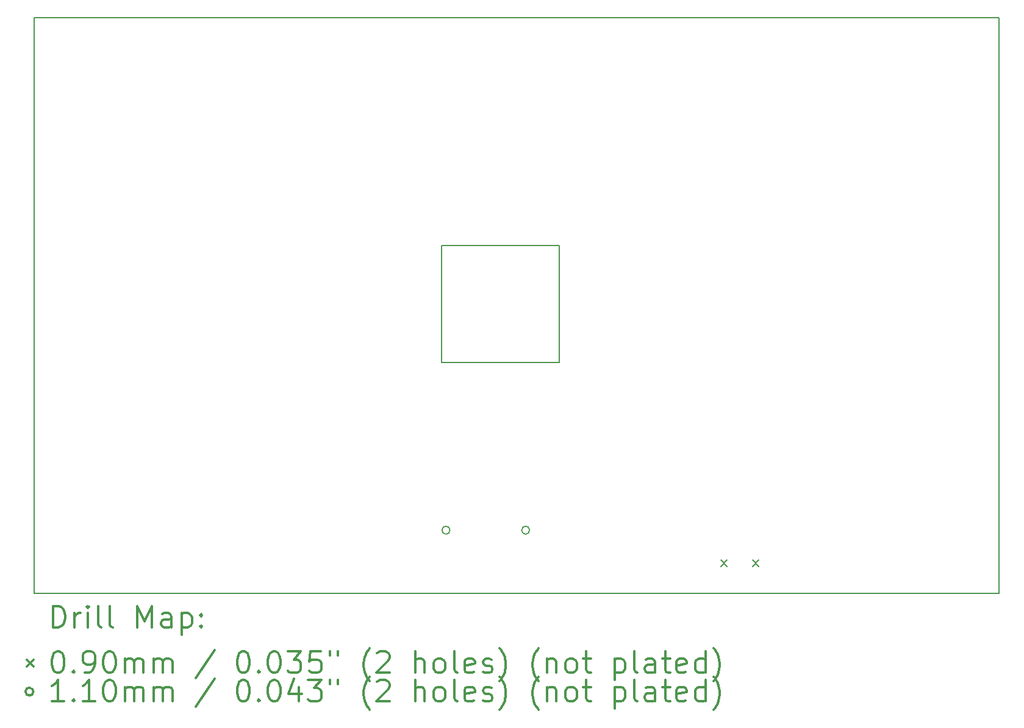
<source format=gbr>
%FSLAX45Y45*%
G04 Gerber Fmt 4.5, Leading zero omitted, Abs format (unit mm)*
G04 Created by KiCad (PCBNEW 4.0.7) date 08/21/19 21:36:31*
%MOMM*%
%LPD*%
G01*
G04 APERTURE LIST*
%ADD10C,0.127000*%
%ADD11C,0.150000*%
%ADD12C,0.200000*%
%ADD13C,0.300000*%
G04 APERTURE END LIST*
D10*
D11*
X12460000Y-8960000D02*
X12480000Y-8960000D01*
X12460000Y-10590000D02*
X12460000Y-8960000D01*
X14090000Y-10590000D02*
X12460000Y-10590000D01*
X14090000Y-8960000D02*
X14090000Y-10590000D01*
X12460000Y-8960000D02*
X14090000Y-8960000D01*
X14090000Y-10590000D02*
X14090000Y-8960000D01*
X12460000Y-10590000D02*
X14090000Y-10590000D01*
X12460000Y-8960000D02*
X12460000Y-10590000D01*
X20200000Y-13800000D02*
X20200000Y-13790000D01*
X19500000Y-13800000D02*
X20200000Y-13800000D01*
X19500000Y-5800000D02*
X20200000Y-5800000D01*
X20200000Y-5800000D02*
X20200000Y-13800000D01*
X6800000Y-13800000D02*
X19500000Y-13800000D01*
X6800000Y-5800000D02*
X19500000Y-5800000D01*
X6800000Y-5800000D02*
X6800000Y-13800000D01*
D12*
X16335000Y-13335000D02*
X16425000Y-13425000D01*
X16425000Y-13335000D02*
X16335000Y-13425000D01*
X16775000Y-13335000D02*
X16865000Y-13425000D01*
X16865000Y-13335000D02*
X16775000Y-13425000D01*
X12575000Y-12920000D02*
G75*
G03X12575000Y-12920000I-55000J0D01*
G01*
X13681200Y-12920000D02*
G75*
G03X13681200Y-12920000I-55000J0D01*
G01*
D13*
X7063928Y-14273214D02*
X7063928Y-13973214D01*
X7135357Y-13973214D01*
X7178214Y-13987500D01*
X7206786Y-14016071D01*
X7221071Y-14044643D01*
X7235357Y-14101786D01*
X7235357Y-14144643D01*
X7221071Y-14201786D01*
X7206786Y-14230357D01*
X7178214Y-14258929D01*
X7135357Y-14273214D01*
X7063928Y-14273214D01*
X7363928Y-14273214D02*
X7363928Y-14073214D01*
X7363928Y-14130357D02*
X7378214Y-14101786D01*
X7392500Y-14087500D01*
X7421071Y-14073214D01*
X7449643Y-14073214D01*
X7549643Y-14273214D02*
X7549643Y-14073214D01*
X7549643Y-13973214D02*
X7535357Y-13987500D01*
X7549643Y-14001786D01*
X7563928Y-13987500D01*
X7549643Y-13973214D01*
X7549643Y-14001786D01*
X7735357Y-14273214D02*
X7706786Y-14258929D01*
X7692500Y-14230357D01*
X7692500Y-13973214D01*
X7892500Y-14273214D02*
X7863928Y-14258929D01*
X7849643Y-14230357D01*
X7849643Y-13973214D01*
X8235357Y-14273214D02*
X8235357Y-13973214D01*
X8335357Y-14187500D01*
X8435357Y-13973214D01*
X8435357Y-14273214D01*
X8706786Y-14273214D02*
X8706786Y-14116071D01*
X8692500Y-14087500D01*
X8663929Y-14073214D01*
X8606786Y-14073214D01*
X8578214Y-14087500D01*
X8706786Y-14258929D02*
X8678214Y-14273214D01*
X8606786Y-14273214D01*
X8578214Y-14258929D01*
X8563929Y-14230357D01*
X8563929Y-14201786D01*
X8578214Y-14173214D01*
X8606786Y-14158929D01*
X8678214Y-14158929D01*
X8706786Y-14144643D01*
X8849643Y-14073214D02*
X8849643Y-14373214D01*
X8849643Y-14087500D02*
X8878214Y-14073214D01*
X8935357Y-14073214D01*
X8963929Y-14087500D01*
X8978214Y-14101786D01*
X8992500Y-14130357D01*
X8992500Y-14216071D01*
X8978214Y-14244643D01*
X8963929Y-14258929D01*
X8935357Y-14273214D01*
X8878214Y-14273214D01*
X8849643Y-14258929D01*
X9121071Y-14244643D02*
X9135357Y-14258929D01*
X9121071Y-14273214D01*
X9106786Y-14258929D01*
X9121071Y-14244643D01*
X9121071Y-14273214D01*
X9121071Y-14087500D02*
X9135357Y-14101786D01*
X9121071Y-14116071D01*
X9106786Y-14101786D01*
X9121071Y-14087500D01*
X9121071Y-14116071D01*
X6702500Y-14722500D02*
X6792500Y-14812500D01*
X6792500Y-14722500D02*
X6702500Y-14812500D01*
X7121071Y-14603214D02*
X7149643Y-14603214D01*
X7178214Y-14617500D01*
X7192500Y-14631786D01*
X7206786Y-14660357D01*
X7221071Y-14717500D01*
X7221071Y-14788929D01*
X7206786Y-14846071D01*
X7192500Y-14874643D01*
X7178214Y-14888929D01*
X7149643Y-14903214D01*
X7121071Y-14903214D01*
X7092500Y-14888929D01*
X7078214Y-14874643D01*
X7063928Y-14846071D01*
X7049643Y-14788929D01*
X7049643Y-14717500D01*
X7063928Y-14660357D01*
X7078214Y-14631786D01*
X7092500Y-14617500D01*
X7121071Y-14603214D01*
X7349643Y-14874643D02*
X7363928Y-14888929D01*
X7349643Y-14903214D01*
X7335357Y-14888929D01*
X7349643Y-14874643D01*
X7349643Y-14903214D01*
X7506786Y-14903214D02*
X7563928Y-14903214D01*
X7592500Y-14888929D01*
X7606786Y-14874643D01*
X7635357Y-14831786D01*
X7649643Y-14774643D01*
X7649643Y-14660357D01*
X7635357Y-14631786D01*
X7621071Y-14617500D01*
X7592500Y-14603214D01*
X7535357Y-14603214D01*
X7506786Y-14617500D01*
X7492500Y-14631786D01*
X7478214Y-14660357D01*
X7478214Y-14731786D01*
X7492500Y-14760357D01*
X7506786Y-14774643D01*
X7535357Y-14788929D01*
X7592500Y-14788929D01*
X7621071Y-14774643D01*
X7635357Y-14760357D01*
X7649643Y-14731786D01*
X7835357Y-14603214D02*
X7863928Y-14603214D01*
X7892500Y-14617500D01*
X7906786Y-14631786D01*
X7921071Y-14660357D01*
X7935357Y-14717500D01*
X7935357Y-14788929D01*
X7921071Y-14846071D01*
X7906786Y-14874643D01*
X7892500Y-14888929D01*
X7863928Y-14903214D01*
X7835357Y-14903214D01*
X7806786Y-14888929D01*
X7792500Y-14874643D01*
X7778214Y-14846071D01*
X7763928Y-14788929D01*
X7763928Y-14717500D01*
X7778214Y-14660357D01*
X7792500Y-14631786D01*
X7806786Y-14617500D01*
X7835357Y-14603214D01*
X8063928Y-14903214D02*
X8063928Y-14703214D01*
X8063928Y-14731786D02*
X8078214Y-14717500D01*
X8106786Y-14703214D01*
X8149643Y-14703214D01*
X8178214Y-14717500D01*
X8192500Y-14746071D01*
X8192500Y-14903214D01*
X8192500Y-14746071D02*
X8206786Y-14717500D01*
X8235357Y-14703214D01*
X8278214Y-14703214D01*
X8306786Y-14717500D01*
X8321071Y-14746071D01*
X8321071Y-14903214D01*
X8463929Y-14903214D02*
X8463929Y-14703214D01*
X8463929Y-14731786D02*
X8478214Y-14717500D01*
X8506786Y-14703214D01*
X8549643Y-14703214D01*
X8578214Y-14717500D01*
X8592500Y-14746071D01*
X8592500Y-14903214D01*
X8592500Y-14746071D02*
X8606786Y-14717500D01*
X8635357Y-14703214D01*
X8678214Y-14703214D01*
X8706786Y-14717500D01*
X8721071Y-14746071D01*
X8721071Y-14903214D01*
X9306786Y-14588929D02*
X9049643Y-14974643D01*
X9692500Y-14603214D02*
X9721071Y-14603214D01*
X9749643Y-14617500D01*
X9763928Y-14631786D01*
X9778214Y-14660357D01*
X9792500Y-14717500D01*
X9792500Y-14788929D01*
X9778214Y-14846071D01*
X9763928Y-14874643D01*
X9749643Y-14888929D01*
X9721071Y-14903214D01*
X9692500Y-14903214D01*
X9663928Y-14888929D01*
X9649643Y-14874643D01*
X9635357Y-14846071D01*
X9621071Y-14788929D01*
X9621071Y-14717500D01*
X9635357Y-14660357D01*
X9649643Y-14631786D01*
X9663928Y-14617500D01*
X9692500Y-14603214D01*
X9921071Y-14874643D02*
X9935357Y-14888929D01*
X9921071Y-14903214D01*
X9906786Y-14888929D01*
X9921071Y-14874643D01*
X9921071Y-14903214D01*
X10121071Y-14603214D02*
X10149643Y-14603214D01*
X10178214Y-14617500D01*
X10192500Y-14631786D01*
X10206786Y-14660357D01*
X10221071Y-14717500D01*
X10221071Y-14788929D01*
X10206786Y-14846071D01*
X10192500Y-14874643D01*
X10178214Y-14888929D01*
X10149643Y-14903214D01*
X10121071Y-14903214D01*
X10092500Y-14888929D01*
X10078214Y-14874643D01*
X10063928Y-14846071D01*
X10049643Y-14788929D01*
X10049643Y-14717500D01*
X10063928Y-14660357D01*
X10078214Y-14631786D01*
X10092500Y-14617500D01*
X10121071Y-14603214D01*
X10321071Y-14603214D02*
X10506786Y-14603214D01*
X10406786Y-14717500D01*
X10449643Y-14717500D01*
X10478214Y-14731786D01*
X10492500Y-14746071D01*
X10506786Y-14774643D01*
X10506786Y-14846071D01*
X10492500Y-14874643D01*
X10478214Y-14888929D01*
X10449643Y-14903214D01*
X10363928Y-14903214D01*
X10335357Y-14888929D01*
X10321071Y-14874643D01*
X10778214Y-14603214D02*
X10635357Y-14603214D01*
X10621071Y-14746071D01*
X10635357Y-14731786D01*
X10663928Y-14717500D01*
X10735357Y-14717500D01*
X10763928Y-14731786D01*
X10778214Y-14746071D01*
X10792500Y-14774643D01*
X10792500Y-14846071D01*
X10778214Y-14874643D01*
X10763928Y-14888929D01*
X10735357Y-14903214D01*
X10663928Y-14903214D01*
X10635357Y-14888929D01*
X10621071Y-14874643D01*
X10906786Y-14603214D02*
X10906786Y-14660357D01*
X11021071Y-14603214D02*
X11021071Y-14660357D01*
X11463928Y-15017500D02*
X11449643Y-15003214D01*
X11421071Y-14960357D01*
X11406785Y-14931786D01*
X11392500Y-14888929D01*
X11378214Y-14817500D01*
X11378214Y-14760357D01*
X11392500Y-14688929D01*
X11406785Y-14646071D01*
X11421071Y-14617500D01*
X11449643Y-14574643D01*
X11463928Y-14560357D01*
X11563928Y-14631786D02*
X11578214Y-14617500D01*
X11606785Y-14603214D01*
X11678214Y-14603214D01*
X11706785Y-14617500D01*
X11721071Y-14631786D01*
X11735357Y-14660357D01*
X11735357Y-14688929D01*
X11721071Y-14731786D01*
X11549643Y-14903214D01*
X11735357Y-14903214D01*
X12092500Y-14903214D02*
X12092500Y-14603214D01*
X12221071Y-14903214D02*
X12221071Y-14746071D01*
X12206785Y-14717500D01*
X12178214Y-14703214D01*
X12135357Y-14703214D01*
X12106785Y-14717500D01*
X12092500Y-14731786D01*
X12406785Y-14903214D02*
X12378214Y-14888929D01*
X12363928Y-14874643D01*
X12349643Y-14846071D01*
X12349643Y-14760357D01*
X12363928Y-14731786D01*
X12378214Y-14717500D01*
X12406785Y-14703214D01*
X12449643Y-14703214D01*
X12478214Y-14717500D01*
X12492500Y-14731786D01*
X12506785Y-14760357D01*
X12506785Y-14846071D01*
X12492500Y-14874643D01*
X12478214Y-14888929D01*
X12449643Y-14903214D01*
X12406785Y-14903214D01*
X12678214Y-14903214D02*
X12649643Y-14888929D01*
X12635357Y-14860357D01*
X12635357Y-14603214D01*
X12906786Y-14888929D02*
X12878214Y-14903214D01*
X12821071Y-14903214D01*
X12792500Y-14888929D01*
X12778214Y-14860357D01*
X12778214Y-14746071D01*
X12792500Y-14717500D01*
X12821071Y-14703214D01*
X12878214Y-14703214D01*
X12906786Y-14717500D01*
X12921071Y-14746071D01*
X12921071Y-14774643D01*
X12778214Y-14803214D01*
X13035357Y-14888929D02*
X13063928Y-14903214D01*
X13121071Y-14903214D01*
X13149643Y-14888929D01*
X13163928Y-14860357D01*
X13163928Y-14846071D01*
X13149643Y-14817500D01*
X13121071Y-14803214D01*
X13078214Y-14803214D01*
X13049643Y-14788929D01*
X13035357Y-14760357D01*
X13035357Y-14746071D01*
X13049643Y-14717500D01*
X13078214Y-14703214D01*
X13121071Y-14703214D01*
X13149643Y-14717500D01*
X13263928Y-15017500D02*
X13278214Y-15003214D01*
X13306786Y-14960357D01*
X13321071Y-14931786D01*
X13335357Y-14888929D01*
X13349643Y-14817500D01*
X13349643Y-14760357D01*
X13335357Y-14688929D01*
X13321071Y-14646071D01*
X13306786Y-14617500D01*
X13278214Y-14574643D01*
X13263928Y-14560357D01*
X13806786Y-15017500D02*
X13792500Y-15003214D01*
X13763928Y-14960357D01*
X13749643Y-14931786D01*
X13735357Y-14888929D01*
X13721071Y-14817500D01*
X13721071Y-14760357D01*
X13735357Y-14688929D01*
X13749643Y-14646071D01*
X13763928Y-14617500D01*
X13792500Y-14574643D01*
X13806786Y-14560357D01*
X13921071Y-14703214D02*
X13921071Y-14903214D01*
X13921071Y-14731786D02*
X13935357Y-14717500D01*
X13963928Y-14703214D01*
X14006786Y-14703214D01*
X14035357Y-14717500D01*
X14049643Y-14746071D01*
X14049643Y-14903214D01*
X14235357Y-14903214D02*
X14206786Y-14888929D01*
X14192500Y-14874643D01*
X14178214Y-14846071D01*
X14178214Y-14760357D01*
X14192500Y-14731786D01*
X14206786Y-14717500D01*
X14235357Y-14703214D01*
X14278214Y-14703214D01*
X14306786Y-14717500D01*
X14321071Y-14731786D01*
X14335357Y-14760357D01*
X14335357Y-14846071D01*
X14321071Y-14874643D01*
X14306786Y-14888929D01*
X14278214Y-14903214D01*
X14235357Y-14903214D01*
X14421071Y-14703214D02*
X14535357Y-14703214D01*
X14463928Y-14603214D02*
X14463928Y-14860357D01*
X14478214Y-14888929D01*
X14506786Y-14903214D01*
X14535357Y-14903214D01*
X14863928Y-14703214D02*
X14863928Y-15003214D01*
X14863928Y-14717500D02*
X14892500Y-14703214D01*
X14949643Y-14703214D01*
X14978214Y-14717500D01*
X14992500Y-14731786D01*
X15006786Y-14760357D01*
X15006786Y-14846071D01*
X14992500Y-14874643D01*
X14978214Y-14888929D01*
X14949643Y-14903214D01*
X14892500Y-14903214D01*
X14863928Y-14888929D01*
X15178214Y-14903214D02*
X15149643Y-14888929D01*
X15135357Y-14860357D01*
X15135357Y-14603214D01*
X15421071Y-14903214D02*
X15421071Y-14746071D01*
X15406786Y-14717500D01*
X15378214Y-14703214D01*
X15321071Y-14703214D01*
X15292500Y-14717500D01*
X15421071Y-14888929D02*
X15392500Y-14903214D01*
X15321071Y-14903214D01*
X15292500Y-14888929D01*
X15278214Y-14860357D01*
X15278214Y-14831786D01*
X15292500Y-14803214D01*
X15321071Y-14788929D01*
X15392500Y-14788929D01*
X15421071Y-14774643D01*
X15521071Y-14703214D02*
X15635357Y-14703214D01*
X15563929Y-14603214D02*
X15563929Y-14860357D01*
X15578214Y-14888929D01*
X15606786Y-14903214D01*
X15635357Y-14903214D01*
X15849643Y-14888929D02*
X15821071Y-14903214D01*
X15763929Y-14903214D01*
X15735357Y-14888929D01*
X15721071Y-14860357D01*
X15721071Y-14746071D01*
X15735357Y-14717500D01*
X15763929Y-14703214D01*
X15821071Y-14703214D01*
X15849643Y-14717500D01*
X15863929Y-14746071D01*
X15863929Y-14774643D01*
X15721071Y-14803214D01*
X16121071Y-14903214D02*
X16121071Y-14603214D01*
X16121071Y-14888929D02*
X16092500Y-14903214D01*
X16035357Y-14903214D01*
X16006786Y-14888929D01*
X15992500Y-14874643D01*
X15978214Y-14846071D01*
X15978214Y-14760357D01*
X15992500Y-14731786D01*
X16006786Y-14717500D01*
X16035357Y-14703214D01*
X16092500Y-14703214D01*
X16121071Y-14717500D01*
X16235357Y-15017500D02*
X16249643Y-15003214D01*
X16278214Y-14960357D01*
X16292500Y-14931786D01*
X16306786Y-14888929D01*
X16321071Y-14817500D01*
X16321071Y-14760357D01*
X16306786Y-14688929D01*
X16292500Y-14646071D01*
X16278214Y-14617500D01*
X16249643Y-14574643D01*
X16235357Y-14560357D01*
X6792500Y-15163500D02*
G75*
G03X6792500Y-15163500I-55000J0D01*
G01*
X7221071Y-15299214D02*
X7049643Y-15299214D01*
X7135357Y-15299214D02*
X7135357Y-14999214D01*
X7106786Y-15042071D01*
X7078214Y-15070643D01*
X7049643Y-15084929D01*
X7349643Y-15270643D02*
X7363928Y-15284929D01*
X7349643Y-15299214D01*
X7335357Y-15284929D01*
X7349643Y-15270643D01*
X7349643Y-15299214D01*
X7649643Y-15299214D02*
X7478214Y-15299214D01*
X7563928Y-15299214D02*
X7563928Y-14999214D01*
X7535357Y-15042071D01*
X7506786Y-15070643D01*
X7478214Y-15084929D01*
X7835357Y-14999214D02*
X7863928Y-14999214D01*
X7892500Y-15013500D01*
X7906786Y-15027786D01*
X7921071Y-15056357D01*
X7935357Y-15113500D01*
X7935357Y-15184929D01*
X7921071Y-15242071D01*
X7906786Y-15270643D01*
X7892500Y-15284929D01*
X7863928Y-15299214D01*
X7835357Y-15299214D01*
X7806786Y-15284929D01*
X7792500Y-15270643D01*
X7778214Y-15242071D01*
X7763928Y-15184929D01*
X7763928Y-15113500D01*
X7778214Y-15056357D01*
X7792500Y-15027786D01*
X7806786Y-15013500D01*
X7835357Y-14999214D01*
X8063928Y-15299214D02*
X8063928Y-15099214D01*
X8063928Y-15127786D02*
X8078214Y-15113500D01*
X8106786Y-15099214D01*
X8149643Y-15099214D01*
X8178214Y-15113500D01*
X8192500Y-15142071D01*
X8192500Y-15299214D01*
X8192500Y-15142071D02*
X8206786Y-15113500D01*
X8235357Y-15099214D01*
X8278214Y-15099214D01*
X8306786Y-15113500D01*
X8321071Y-15142071D01*
X8321071Y-15299214D01*
X8463929Y-15299214D02*
X8463929Y-15099214D01*
X8463929Y-15127786D02*
X8478214Y-15113500D01*
X8506786Y-15099214D01*
X8549643Y-15099214D01*
X8578214Y-15113500D01*
X8592500Y-15142071D01*
X8592500Y-15299214D01*
X8592500Y-15142071D02*
X8606786Y-15113500D01*
X8635357Y-15099214D01*
X8678214Y-15099214D01*
X8706786Y-15113500D01*
X8721071Y-15142071D01*
X8721071Y-15299214D01*
X9306786Y-14984929D02*
X9049643Y-15370643D01*
X9692500Y-14999214D02*
X9721071Y-14999214D01*
X9749643Y-15013500D01*
X9763928Y-15027786D01*
X9778214Y-15056357D01*
X9792500Y-15113500D01*
X9792500Y-15184929D01*
X9778214Y-15242071D01*
X9763928Y-15270643D01*
X9749643Y-15284929D01*
X9721071Y-15299214D01*
X9692500Y-15299214D01*
X9663928Y-15284929D01*
X9649643Y-15270643D01*
X9635357Y-15242071D01*
X9621071Y-15184929D01*
X9621071Y-15113500D01*
X9635357Y-15056357D01*
X9649643Y-15027786D01*
X9663928Y-15013500D01*
X9692500Y-14999214D01*
X9921071Y-15270643D02*
X9935357Y-15284929D01*
X9921071Y-15299214D01*
X9906786Y-15284929D01*
X9921071Y-15270643D01*
X9921071Y-15299214D01*
X10121071Y-14999214D02*
X10149643Y-14999214D01*
X10178214Y-15013500D01*
X10192500Y-15027786D01*
X10206786Y-15056357D01*
X10221071Y-15113500D01*
X10221071Y-15184929D01*
X10206786Y-15242071D01*
X10192500Y-15270643D01*
X10178214Y-15284929D01*
X10149643Y-15299214D01*
X10121071Y-15299214D01*
X10092500Y-15284929D01*
X10078214Y-15270643D01*
X10063928Y-15242071D01*
X10049643Y-15184929D01*
X10049643Y-15113500D01*
X10063928Y-15056357D01*
X10078214Y-15027786D01*
X10092500Y-15013500D01*
X10121071Y-14999214D01*
X10478214Y-15099214D02*
X10478214Y-15299214D01*
X10406786Y-14984929D02*
X10335357Y-15199214D01*
X10521071Y-15199214D01*
X10606786Y-14999214D02*
X10792500Y-14999214D01*
X10692500Y-15113500D01*
X10735357Y-15113500D01*
X10763928Y-15127786D01*
X10778214Y-15142071D01*
X10792500Y-15170643D01*
X10792500Y-15242071D01*
X10778214Y-15270643D01*
X10763928Y-15284929D01*
X10735357Y-15299214D01*
X10649643Y-15299214D01*
X10621071Y-15284929D01*
X10606786Y-15270643D01*
X10906786Y-14999214D02*
X10906786Y-15056357D01*
X11021071Y-14999214D02*
X11021071Y-15056357D01*
X11463928Y-15413500D02*
X11449643Y-15399214D01*
X11421071Y-15356357D01*
X11406785Y-15327786D01*
X11392500Y-15284929D01*
X11378214Y-15213500D01*
X11378214Y-15156357D01*
X11392500Y-15084929D01*
X11406785Y-15042071D01*
X11421071Y-15013500D01*
X11449643Y-14970643D01*
X11463928Y-14956357D01*
X11563928Y-15027786D02*
X11578214Y-15013500D01*
X11606785Y-14999214D01*
X11678214Y-14999214D01*
X11706785Y-15013500D01*
X11721071Y-15027786D01*
X11735357Y-15056357D01*
X11735357Y-15084929D01*
X11721071Y-15127786D01*
X11549643Y-15299214D01*
X11735357Y-15299214D01*
X12092500Y-15299214D02*
X12092500Y-14999214D01*
X12221071Y-15299214D02*
X12221071Y-15142071D01*
X12206785Y-15113500D01*
X12178214Y-15099214D01*
X12135357Y-15099214D01*
X12106785Y-15113500D01*
X12092500Y-15127786D01*
X12406785Y-15299214D02*
X12378214Y-15284929D01*
X12363928Y-15270643D01*
X12349643Y-15242071D01*
X12349643Y-15156357D01*
X12363928Y-15127786D01*
X12378214Y-15113500D01*
X12406785Y-15099214D01*
X12449643Y-15099214D01*
X12478214Y-15113500D01*
X12492500Y-15127786D01*
X12506785Y-15156357D01*
X12506785Y-15242071D01*
X12492500Y-15270643D01*
X12478214Y-15284929D01*
X12449643Y-15299214D01*
X12406785Y-15299214D01*
X12678214Y-15299214D02*
X12649643Y-15284929D01*
X12635357Y-15256357D01*
X12635357Y-14999214D01*
X12906786Y-15284929D02*
X12878214Y-15299214D01*
X12821071Y-15299214D01*
X12792500Y-15284929D01*
X12778214Y-15256357D01*
X12778214Y-15142071D01*
X12792500Y-15113500D01*
X12821071Y-15099214D01*
X12878214Y-15099214D01*
X12906786Y-15113500D01*
X12921071Y-15142071D01*
X12921071Y-15170643D01*
X12778214Y-15199214D01*
X13035357Y-15284929D02*
X13063928Y-15299214D01*
X13121071Y-15299214D01*
X13149643Y-15284929D01*
X13163928Y-15256357D01*
X13163928Y-15242071D01*
X13149643Y-15213500D01*
X13121071Y-15199214D01*
X13078214Y-15199214D01*
X13049643Y-15184929D01*
X13035357Y-15156357D01*
X13035357Y-15142071D01*
X13049643Y-15113500D01*
X13078214Y-15099214D01*
X13121071Y-15099214D01*
X13149643Y-15113500D01*
X13263928Y-15413500D02*
X13278214Y-15399214D01*
X13306786Y-15356357D01*
X13321071Y-15327786D01*
X13335357Y-15284929D01*
X13349643Y-15213500D01*
X13349643Y-15156357D01*
X13335357Y-15084929D01*
X13321071Y-15042071D01*
X13306786Y-15013500D01*
X13278214Y-14970643D01*
X13263928Y-14956357D01*
X13806786Y-15413500D02*
X13792500Y-15399214D01*
X13763928Y-15356357D01*
X13749643Y-15327786D01*
X13735357Y-15284929D01*
X13721071Y-15213500D01*
X13721071Y-15156357D01*
X13735357Y-15084929D01*
X13749643Y-15042071D01*
X13763928Y-15013500D01*
X13792500Y-14970643D01*
X13806786Y-14956357D01*
X13921071Y-15099214D02*
X13921071Y-15299214D01*
X13921071Y-15127786D02*
X13935357Y-15113500D01*
X13963928Y-15099214D01*
X14006786Y-15099214D01*
X14035357Y-15113500D01*
X14049643Y-15142071D01*
X14049643Y-15299214D01*
X14235357Y-15299214D02*
X14206786Y-15284929D01*
X14192500Y-15270643D01*
X14178214Y-15242071D01*
X14178214Y-15156357D01*
X14192500Y-15127786D01*
X14206786Y-15113500D01*
X14235357Y-15099214D01*
X14278214Y-15099214D01*
X14306786Y-15113500D01*
X14321071Y-15127786D01*
X14335357Y-15156357D01*
X14335357Y-15242071D01*
X14321071Y-15270643D01*
X14306786Y-15284929D01*
X14278214Y-15299214D01*
X14235357Y-15299214D01*
X14421071Y-15099214D02*
X14535357Y-15099214D01*
X14463928Y-14999214D02*
X14463928Y-15256357D01*
X14478214Y-15284929D01*
X14506786Y-15299214D01*
X14535357Y-15299214D01*
X14863928Y-15099214D02*
X14863928Y-15399214D01*
X14863928Y-15113500D02*
X14892500Y-15099214D01*
X14949643Y-15099214D01*
X14978214Y-15113500D01*
X14992500Y-15127786D01*
X15006786Y-15156357D01*
X15006786Y-15242071D01*
X14992500Y-15270643D01*
X14978214Y-15284929D01*
X14949643Y-15299214D01*
X14892500Y-15299214D01*
X14863928Y-15284929D01*
X15178214Y-15299214D02*
X15149643Y-15284929D01*
X15135357Y-15256357D01*
X15135357Y-14999214D01*
X15421071Y-15299214D02*
X15421071Y-15142071D01*
X15406786Y-15113500D01*
X15378214Y-15099214D01*
X15321071Y-15099214D01*
X15292500Y-15113500D01*
X15421071Y-15284929D02*
X15392500Y-15299214D01*
X15321071Y-15299214D01*
X15292500Y-15284929D01*
X15278214Y-15256357D01*
X15278214Y-15227786D01*
X15292500Y-15199214D01*
X15321071Y-15184929D01*
X15392500Y-15184929D01*
X15421071Y-15170643D01*
X15521071Y-15099214D02*
X15635357Y-15099214D01*
X15563929Y-14999214D02*
X15563929Y-15256357D01*
X15578214Y-15284929D01*
X15606786Y-15299214D01*
X15635357Y-15299214D01*
X15849643Y-15284929D02*
X15821071Y-15299214D01*
X15763929Y-15299214D01*
X15735357Y-15284929D01*
X15721071Y-15256357D01*
X15721071Y-15142071D01*
X15735357Y-15113500D01*
X15763929Y-15099214D01*
X15821071Y-15099214D01*
X15849643Y-15113500D01*
X15863929Y-15142071D01*
X15863929Y-15170643D01*
X15721071Y-15199214D01*
X16121071Y-15299214D02*
X16121071Y-14999214D01*
X16121071Y-15284929D02*
X16092500Y-15299214D01*
X16035357Y-15299214D01*
X16006786Y-15284929D01*
X15992500Y-15270643D01*
X15978214Y-15242071D01*
X15978214Y-15156357D01*
X15992500Y-15127786D01*
X16006786Y-15113500D01*
X16035357Y-15099214D01*
X16092500Y-15099214D01*
X16121071Y-15113500D01*
X16235357Y-15413500D02*
X16249643Y-15399214D01*
X16278214Y-15356357D01*
X16292500Y-15327786D01*
X16306786Y-15284929D01*
X16321071Y-15213500D01*
X16321071Y-15156357D01*
X16306786Y-15084929D01*
X16292500Y-15042071D01*
X16278214Y-15013500D01*
X16249643Y-14970643D01*
X16235357Y-14956357D01*
M02*

</source>
